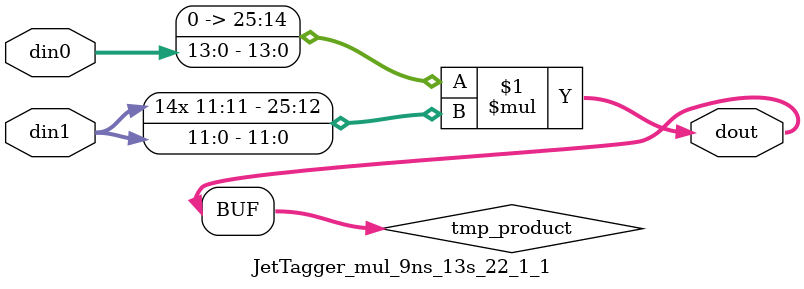
<source format=v>

`timescale 1 ns / 1 ps

  module JetTagger_mul_9ns_13s_22_1_1(din0, din1, dout);
parameter ID = 1;
parameter NUM_STAGE = 0;
parameter din0_WIDTH = 14;
parameter din1_WIDTH = 12;
parameter dout_WIDTH = 26;

input [din0_WIDTH - 1 : 0] din0; 
input [din1_WIDTH - 1 : 0] din1; 
output [dout_WIDTH - 1 : 0] dout;

wire signed [dout_WIDTH - 1 : 0] tmp_product;











assign tmp_product = $signed({1'b0, din0}) * $signed(din1);










assign dout = tmp_product;







endmodule

</source>
